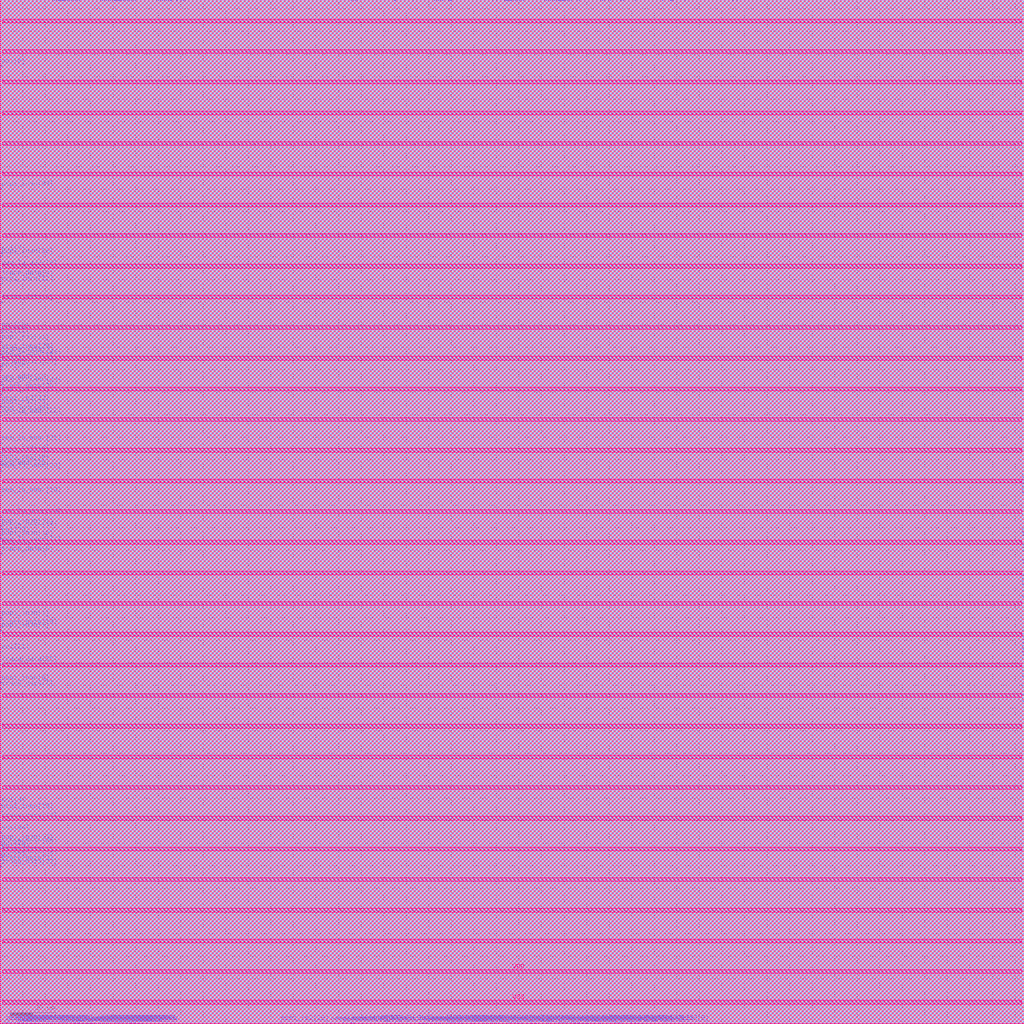
<source format=lef>
VERSION 5.8 ;
BUSBITCHARS "[]" ;
DIVIDERCHAR "/" ;
UNITS
    DATABASE MICRONS 1000 ;
END UNITS

VIA picorv32_via2_3_1600_480_1_5_320_320
  VIARULE M1M2_PR ;
  CUTSIZE 0.15 0.15 ;
  LAYERS met1 via met2 ;
  CUTSPACING 0.17 0.17 ;
  ENCLOSURE 0.085 0.165 0.055 0.085 ;
  ROWCOL 1 5 ;
END picorv32_via2_3_1600_480_1_5_320_320

VIA picorv32_via3_4_1600_480_1_4_400_400
  VIARULE M2M3_PR ;
  CUTSIZE 0.2 0.2 ;
  LAYERS met2 via2 met3 ;
  CUTSPACING 0.2 0.2 ;
  ENCLOSURE 0.04 0.085 0.065 0.065 ;
  ROWCOL 1 4 ;
END picorv32_via3_4_1600_480_1_4_400_400

VIA picorv32_via4_5_1600_480_1_4_400_400
  VIARULE M3M4_PR ;
  CUTSIZE 0.2 0.2 ;
  LAYERS met3 via3 met4 ;
  CUTSPACING 0.2 0.2 ;
  ENCLOSURE 0.09 0.06 0.1 0.065 ;
  ROWCOL 1 4 ;
END picorv32_via4_5_1600_480_1_4_400_400

VIA picorv32_via5_6_1600_1600_1_1_1600_1600
  VIARULE M4M5_PR ;
  CUTSIZE 0.8 0.8 ;
  LAYERS met4 via4 met5 ;
  CUTSPACING 0.8 0.8 ;
  ENCLOSURE 0.4 0.19 0.31 0.4 ;
END picorv32_via5_6_1600_1600_1_1_1600_1600

MACRO picorv32
  FOREIGN picorv32 0 0 ;
  CLASS BLOCK ;
  SIZE 454.07 BY 454.07 ;
  PIN clk
    DIRECTION INPUT ;
    USE SIGNAL ;
    PORT
      LAYER met2 ;
        RECT  422.44 453.585 422.58 454.07 ;
    END
  END clk
  PIN eoi[0]
    DIRECTION OUTPUT ;
    USE SIGNAL ;
    PORT
      LAYER met3 ;
        RECT  0 424.51 0.8 424.81 ;
    END
  END eoi[0]
  PIN eoi[10]
    DIRECTION OUTPUT ;
    USE SIGNAL ;
    PORT
      LAYER met2 ;
        RECT  46.16 453.585 46.3 454.07 ;
    END
  END eoi[10]
  PIN eoi[11]
    DIRECTION OUTPUT ;
    USE SIGNAL ;
    PORT
      LAYER met3 ;
        RECT  0 304.83 0.8 305.13 ;
    END
  END eoi[11]
  PIN eoi[12]
    DIRECTION OUTPUT ;
    USE SIGNAL ;
    PORT
      LAYER met2 ;
        RECT  23.16 453.585 23.3 454.07 ;
    END
  END eoi[12]
  PIN eoi[13]
    DIRECTION OUTPUT ;
    USE SIGNAL ;
    PORT
      LAYER met2 ;
        RECT  39.72 453.585 39.86 454.07 ;
    END
  END eoi[13]
  PIN eoi[14]
    DIRECTION OUTPUT ;
    USE SIGNAL ;
    PORT
      LAYER met3 ;
        RECT  0 306.19 0.8 306.49 ;
    END
  END eoi[14]
  PIN eoi[15]
    DIRECTION OUTPUT ;
    USE SIGNAL ;
    PORT
      LAYER met2 ;
        RECT  25.92 453.585 26.06 454.07 ;
    END
  END eoi[15]
  PIN eoi[16]
    DIRECTION OUTPUT ;
    USE SIGNAL ;
    PORT
      LAYER met2 ;
        RECT  45.24 453.585 45.38 454.07 ;
    END
  END eoi[16]
  PIN eoi[17]
    DIRECTION OUTPUT ;
    USE SIGNAL ;
    PORT
      LAYER met2 ;
        RECT  66.4 453.585 66.54 454.07 ;
    END
  END eoi[17]
  PIN eoi[18]
    DIRECTION OUTPUT ;
    USE SIGNAL ;
    PORT
      LAYER met3 ;
        RECT  0 76.35 0.8 76.65 ;
    END
  END eoi[18]
  PIN eoi[19]
    DIRECTION OUTPUT ;
    USE SIGNAL ;
    PORT
      LAYER met2 ;
        RECT  34.2 453.585 34.34 454.07 ;
    END
  END eoi[19]
  PIN eoi[1]
    DIRECTION OUTPUT ;
    USE SIGNAL ;
    PORT
      LAYER met2 ;
        RECT  48.92 453.585 49.06 454.07 ;
    END
  END eoi[1]
  PIN eoi[20]
    DIRECTION OUTPUT ;
    USE SIGNAL ;
    PORT
      LAYER met2 ;
        RECT  59.04 453.585 59.18 454.07 ;
    END
  END eoi[20]
  PIN eoi[21]
    DIRECTION OUTPUT ;
    USE SIGNAL ;
    PORT
      LAYER met3 ;
        RECT  0 164.75 0.8 165.05 ;
    END
  END eoi[21]
  PIN eoi[22]
    DIRECTION OUTPUT ;
    USE SIGNAL ;
    PORT
      LAYER met2 ;
        RECT  26.84 453.585 26.98 454.07 ;
    END
  END eoi[22]
  PIN eoi[23]
    DIRECTION OUTPUT ;
    USE SIGNAL ;
    PORT
      LAYER met3 ;
        RECT  0 307.55 0.8 307.85 ;
    END
  END eoi[23]
  PIN eoi[24]
    DIRECTION OUTPUT ;
    USE SIGNAL ;
    PORT
      LAYER met3 ;
        RECT  0 84.51 0.8 84.81 ;
    END
  END eoi[24]
  PIN eoi[25]
    DIRECTION OUTPUT ;
    USE SIGNAL ;
    PORT
      LAYER met3 ;
        RECT  0 289.87 0.8 290.17 ;
    END
  END eoi[25]
  PIN eoi[26]
    DIRECTION OUTPUT ;
    USE SIGNAL ;
    PORT
      LAYER met2 ;
        RECT  36.96 453.585 37.1 454.07 ;
    END
  END eoi[26]
  PIN eoi[27]
    DIRECTION OUTPUT ;
    USE SIGNAL ;
    PORT
      LAYER met2 ;
        RECT  60.88 453.585 61.02 454.07 ;
    END
  END eoi[27]
  PIN eoi[28]
    DIRECTION OUTPUT ;
    USE SIGNAL ;
    PORT
      LAYER met3 ;
        RECT  0 77.71 0.8 78.01 ;
    END
  END eoi[28]
  PIN eoi[29]
    DIRECTION OUTPUT ;
    USE SIGNAL ;
    PORT
      LAYER met3 ;
        RECT  0 216.43 0.8 216.73 ;
    END
  END eoi[29]
  PIN eoi[2]
    DIRECTION OUTPUT ;
    USE SIGNAL ;
    PORT
      LAYER met3 ;
        RECT  0 72.27 0.8 72.57 ;
    END
  END eoi[2]
  PIN eoi[30]
    DIRECTION OUTPUT ;
    USE SIGNAL ;
    PORT
      LAYER met2 ;
        RECT  51.68 453.585 51.82 454.07 ;
    END
  END eoi[30]
  PIN eoi[31]
    DIRECTION OUTPUT ;
    USE SIGNAL ;
    PORT
      LAYER met2 ;
        RECT  68.24 453.585 68.38 454.07 ;
    END
  END eoi[31]
  PIN eoi[3]
    DIRECTION OUTPUT ;
    USE SIGNAL ;
    PORT
      LAYER met2 ;
        RECT  41.56 453.585 41.7 454.07 ;
    END
  END eoi[3]
  PIN eoi[4]
    DIRECTION OUTPUT ;
    USE SIGNAL ;
    PORT
      LAYER met3 ;
        RECT  0 292.59 0.8 292.89 ;
    END
  END eoi[4]
  PIN eoi[5]
    DIRECTION OUTPUT ;
    USE SIGNAL ;
    PORT
      LAYER met2 ;
        RECT  69.16 453.585 69.3 454.07 ;
    END
  END eoi[5]
  PIN eoi[6]
    DIRECTION OUTPUT ;
    USE SIGNAL ;
    PORT
      LAYER met2 ;
        RECT  49.84 453.585 49.98 454.07 ;
    END
  END eoi[6]
  PIN eoi[7]
    DIRECTION OUTPUT ;
    USE SIGNAL ;
    PORT
      LAYER met3 ;
        RECT  0 341.55 0.8 341.85 ;
    END
  END eoi[7]
  PIN eoi[8]
    DIRECTION OUTPUT ;
    USE SIGNAL ;
    PORT
      LAYER met3 ;
        RECT  0 96.75 0.8 97.05 ;
    END
  END eoi[8]
  PIN eoi[9]
    DIRECTION OUTPUT ;
    USE SIGNAL ;
    PORT
      LAYER met2 ;
        RECT  42.48 453.585 42.62 454.07 ;
    END
  END eoi[9]
  PIN irq[0]
    DIRECTION INPUT ;
    USE SIGNAL ;
    PORT
      LAYER met2 ;
        RECT  2 0 2.14 0.485 ;
    END
  END irq[0]
  PIN irq[10]
    DIRECTION INPUT ;
    USE SIGNAL ;
    PORT
      LAYER met2 ;
        RECT  2.92 0 3.06 0.485 ;
    END
  END irq[10]
  PIN irq[11]
    DIRECTION INPUT ;
    USE SIGNAL ;
    PORT
      LAYER met2 ;
        RECT  3.84 0 3.98 0.485 ;
    END
  END irq[11]
  PIN irq[12]
    DIRECTION INPUT ;
    USE SIGNAL ;
    PORT
      LAYER met2 ;
        RECT  4.76 0 4.9 0.485 ;
    END
  END irq[12]
  PIN irq[13]
    DIRECTION INPUT ;
    USE SIGNAL ;
    PORT
      LAYER met2 ;
        RECT  5.68 0 5.82 0.485 ;
    END
  END irq[13]
  PIN irq[14]
    DIRECTION INPUT ;
    USE SIGNAL ;
    PORT
      LAYER met2 ;
        RECT  6.6 0 6.74 0.485 ;
    END
  END irq[14]
  PIN irq[15]
    DIRECTION INPUT ;
    USE SIGNAL ;
    PORT
      LAYER met2 ;
        RECT  7.52 0 7.66 0.485 ;
    END
  END irq[15]
  PIN irq[16]
    DIRECTION INPUT ;
    USE SIGNAL ;
    PORT
      LAYER met2 ;
        RECT  8.44 0 8.58 0.485 ;
    END
  END irq[16]
  PIN irq[17]
    DIRECTION INPUT ;
    USE SIGNAL ;
    PORT
      LAYER met2 ;
        RECT  9.36 0 9.5 0.485 ;
    END
  END irq[17]
  PIN irq[18]
    DIRECTION INPUT ;
    USE SIGNAL ;
    PORT
      LAYER met2 ;
        RECT  10.28 0 10.42 0.485 ;
    END
  END irq[18]
  PIN irq[19]
    DIRECTION INPUT ;
    USE SIGNAL ;
    PORT
      LAYER met2 ;
        RECT  11.2 0 11.34 0.485 ;
    END
  END irq[19]
  PIN irq[1]
    DIRECTION INPUT ;
    USE SIGNAL ;
    PORT
      LAYER met2 ;
        RECT  12.12 0 12.26 0.485 ;
    END
  END irq[1]
  PIN irq[20]
    DIRECTION INPUT ;
    USE SIGNAL ;
    PORT
      LAYER met2 ;
        RECT  13.04 0 13.18 0.485 ;
    END
  END irq[20]
  PIN irq[21]
    DIRECTION INPUT ;
    USE SIGNAL ;
    PORT
      LAYER met2 ;
        RECT  13.96 0 14.1 0.485 ;
    END
  END irq[21]
  PIN irq[22]
    DIRECTION INPUT ;
    USE SIGNAL ;
    PORT
      LAYER met2 ;
        RECT  14.88 0 15.02 0.485 ;
    END
  END irq[22]
  PIN irq[23]
    DIRECTION INPUT ;
    USE SIGNAL ;
    PORT
      LAYER met2 ;
        RECT  15.8 0 15.94 0.485 ;
    END
  END irq[23]
  PIN irq[24]
    DIRECTION INPUT ;
    USE SIGNAL ;
    PORT
      LAYER met2 ;
        RECT  16.72 0 16.86 0.485 ;
    END
  END irq[24]
  PIN irq[25]
    DIRECTION INPUT ;
    USE SIGNAL ;
    PORT
      LAYER met2 ;
        RECT  17.64 0 17.78 0.485 ;
    END
  END irq[25]
  PIN irq[26]
    DIRECTION INPUT ;
    USE SIGNAL ;
    PORT
      LAYER met2 ;
        RECT  18.56 0 18.7 0.485 ;
    END
  END irq[26]
  PIN irq[27]
    DIRECTION INPUT ;
    USE SIGNAL ;
    PORT
      LAYER met2 ;
        RECT  19.48 0 19.62 0.485 ;
    END
  END irq[27]
  PIN irq[28]
    DIRECTION INPUT ;
    USE SIGNAL ;
    PORT
      LAYER met2 ;
        RECT  20.4 0 20.54 0.485 ;
    END
  END irq[28]
  PIN irq[29]
    DIRECTION INPUT ;
    USE SIGNAL ;
    PORT
      LAYER met2 ;
        RECT  21.32 0 21.46 0.485 ;
    END
  END irq[29]
  PIN irq[2]
    DIRECTION INPUT ;
    USE SIGNAL ;
    PORT
      LAYER met2 ;
        RECT  22.24 0 22.38 0.485 ;
    END
  END irq[2]
  PIN irq[30]
    DIRECTION INPUT ;
    USE SIGNAL ;
    PORT
      LAYER met2 ;
        RECT  23.16 0 23.3 0.485 ;
    END
  END irq[30]
  PIN irq[31]
    DIRECTION INPUT ;
    USE SIGNAL ;
    PORT
      LAYER met2 ;
        RECT  24.08 0 24.22 0.485 ;
    END
  END irq[31]
  PIN irq[3]
    DIRECTION INPUT ;
    USE SIGNAL ;
    PORT
      LAYER met2 ;
        RECT  25 0 25.14 0.485 ;
    END
  END irq[3]
  PIN irq[4]
    DIRECTION INPUT ;
    USE SIGNAL ;
    PORT
      LAYER met2 ;
        RECT  25.92 0 26.06 0.485 ;
    END
  END irq[4]
  PIN irq[5]
    DIRECTION INPUT ;
    USE SIGNAL ;
    PORT
      LAYER met2 ;
        RECT  26.84 0 26.98 0.485 ;
    END
  END irq[5]
  PIN irq[6]
    DIRECTION INPUT ;
    USE SIGNAL ;
    PORT
      LAYER met2 ;
        RECT  27.76 0 27.9 0.485 ;
    END
  END irq[6]
  PIN irq[7]
    DIRECTION INPUT ;
    USE SIGNAL ;
    PORT
      LAYER met2 ;
        RECT  28.68 0 28.82 0.485 ;
    END
  END irq[7]
  PIN irq[8]
    DIRECTION INPUT ;
    USE SIGNAL ;
    PORT
      LAYER met2 ;
        RECT  29.6 0 29.74 0.485 ;
    END
  END irq[8]
  PIN irq[9]
    DIRECTION INPUT ;
    USE SIGNAL ;
    PORT
      LAYER met2 ;
        RECT  30.52 0 30.66 0.485 ;
    END
  END irq[9]
  PIN mem_addr[0]
    DIRECTION OUTPUT ;
    USE SIGNAL ;
    PORT
      LAYER met2 ;
        RECT  37.88 453.585 38.02 454.07 ;
    END
  END mem_addr[0]
  PIN mem_addr[10]
    DIRECTION OUTPUT ;
    USE SIGNAL ;
    PORT
      LAYER met2 ;
        RECT  225.56 0 225.7 0.485 ;
    END
  END mem_addr[10]
  PIN mem_addr[11]
    DIRECTION OUTPUT ;
    USE SIGNAL ;
    PORT
      LAYER met2 ;
        RECT  209.92 0 210.06 0.485 ;
    END
  END mem_addr[11]
  PIN mem_addr[12]
    DIRECTION OUTPUT ;
    USE SIGNAL ;
    PORT
      LAYER met2 ;
        RECT  186 0 186.14 0.485 ;
    END
  END mem_addr[12]
  PIN mem_addr[13]
    DIRECTION OUTPUT ;
    USE SIGNAL ;
    PORT
      LAYER met2 ;
        RECT  174.96 0 175.1 0.485 ;
    END
  END mem_addr[13]
  PIN mem_addr[14]
    DIRECTION OUTPUT ;
    USE SIGNAL ;
    PORT
      LAYER met2 ;
        RECT  160.24 0 160.38 0.485 ;
    END
  END mem_addr[14]
  PIN mem_addr[15]
    DIRECTION OUTPUT ;
    USE SIGNAL ;
    PORT
      LAYER met2 ;
        RECT  155.64 0 155.78 0.485 ;
    END
  END mem_addr[15]
  PIN mem_addr[16]
    DIRECTION OUTPUT ;
    USE SIGNAL ;
    PORT
      LAYER met2 ;
        RECT  156.56 0 156.7 0.485 ;
    END
  END mem_addr[16]
  PIN mem_addr[17]
    DIRECTION OUTPUT ;
    USE SIGNAL ;
    PORT
      LAYER met3 ;
        RECT  0 210.99 0.8 211.29 ;
    END
  END mem_addr[17]
  PIN mem_addr[18]
    DIRECTION OUTPUT ;
    USE SIGNAL ;
    PORT
      LAYER met2 ;
        RECT  155.64 453.585 155.78 454.07 ;
    END
  END mem_addr[18]
  PIN mem_addr[19]
    DIRECTION OUTPUT ;
    USE SIGNAL ;
    PORT
      LAYER met2 ;
        RECT  158.4 453.585 158.54 454.07 ;
    END
  END mem_addr[19]
  PIN mem_addr[1]
    DIRECTION OUTPUT ;
    USE SIGNAL ;
    PORT
      LAYER met2 ;
        RECT  28.68 453.585 28.82 454.07 ;
    END
  END mem_addr[1]
  PIN mem_addr[20]
    DIRECTION OUTPUT ;
    USE SIGNAL ;
    PORT
      LAYER met3 ;
        RECT  0 246.35 0.8 246.65 ;
    END
  END mem_addr[20]
  PIN mem_addr[21]
    DIRECTION OUTPUT ;
    USE SIGNAL ;
    PORT
      LAYER met2 ;
        RECT  156.56 453.585 156.7 454.07 ;
    END
  END mem_addr[21]
  PIN mem_addr[22]
    DIRECTION OUTPUT ;
    USE SIGNAL ;
    PORT
      LAYER met3 ;
        RECT  0 270.83 0.8 271.13 ;
    END
  END mem_addr[22]
  PIN mem_addr[23]
    DIRECTION OUTPUT ;
    USE SIGNAL ;
    PORT
      LAYER met3 ;
        RECT  0 284.43 0.8 284.73 ;
    END
  END mem_addr[23]
  PIN mem_addr[24]
    DIRECTION OUTPUT ;
    USE SIGNAL ;
    PORT
      LAYER met2 ;
        RECT  157.48 453.585 157.62 454.07 ;
    END
  END mem_addr[24]
  PIN mem_addr[25]
    DIRECTION OUTPUT ;
    USE SIGNAL ;
    PORT
      LAYER met2 ;
        RECT  166.68 453.585 166.82 454.07 ;
    END
  END mem_addr[25]
  PIN mem_addr[26]
    DIRECTION OUTPUT ;
    USE SIGNAL ;
    PORT
      LAYER met2 ;
        RECT  184.16 453.585 184.3 454.07 ;
    END
  END mem_addr[26]
  PIN mem_addr[27]
    DIRECTION OUTPUT ;
    USE SIGNAL ;
    PORT
      LAYER met2 ;
        RECT  192.44 453.585 192.58 454.07 ;
    END
  END mem_addr[27]
  PIN mem_addr[28]
    DIRECTION OUTPUT ;
    USE SIGNAL ;
    PORT
      LAYER met2 ;
        RECT  245.8 453.585 245.94 454.07 ;
    END
  END mem_addr[28]
  PIN mem_addr[29]
    DIRECTION OUTPUT ;
    USE SIGNAL ;
    PORT
      LAYER met2 ;
        RECT  248.56 453.585 248.7 454.07 ;
    END
  END mem_addr[29]
  PIN mem_addr[2]
    DIRECTION OUTPUT ;
    USE SIGNAL ;
    PORT
      LAYER met3 ;
        RECT  453.27 204.19 454.07 204.49 ;
    END
  END mem_addr[2]
  PIN mem_addr[30]
    DIRECTION OUTPUT ;
    USE SIGNAL ;
    PORT
      LAYER met2 ;
        RECT  255.92 453.585 256.06 454.07 ;
    END
  END mem_addr[30]
  PIN mem_addr[31]
    DIRECTION OUTPUT ;
    USE SIGNAL ;
    PORT
      LAYER met2 ;
        RECT  270.64 453.585 270.78 454.07 ;
    END
  END mem_addr[31]
  PIN mem_addr[3]
    DIRECTION OUTPUT ;
    USE SIGNAL ;
    PORT
      LAYER met3 ;
        RECT  453.27 198.75 454.07 199.05 ;
    END
  END mem_addr[3]
  PIN mem_addr[4]
    DIRECTION OUTPUT ;
    USE SIGNAL ;
    PORT
      LAYER met3 ;
        RECT  453.27 191.95 454.07 192.25 ;
    END
  END mem_addr[4]
  PIN mem_addr[5]
    DIRECTION OUTPUT ;
    USE SIGNAL ;
    PORT
      LAYER met2 ;
        RECT  294.56 0 294.7 0.485 ;
    END
  END mem_addr[5]
  PIN mem_addr[6]
    DIRECTION OUTPUT ;
    USE SIGNAL ;
    PORT
      LAYER met2 ;
        RECT  279.84 0 279.98 0.485 ;
    END
  END mem_addr[6]
  PIN mem_addr[7]
    DIRECTION OUTPUT ;
    USE SIGNAL ;
    PORT
      LAYER met2 ;
        RECT  260.52 0 260.66 0.485 ;
    END
  END mem_addr[7]
  PIN mem_addr[8]
    DIRECTION OUTPUT ;
    USE SIGNAL ;
    PORT
      LAYER met2 ;
        RECT  265.12 0 265.26 0.485 ;
    END
  END mem_addr[8]
  PIN mem_addr[9]
    DIRECTION OUTPUT ;
    USE SIGNAL ;
    PORT
      LAYER met2 ;
        RECT  235.68 0 235.82 0.485 ;
    END
  END mem_addr[9]
  PIN mem_instr
    DIRECTION OUTPUT ;
    USE SIGNAL ;
    PORT
      LAYER met3 ;
        RECT  453.27 164.75 454.07 165.05 ;
    END
  END mem_instr
  PIN mem_la_addr[0]
    DIRECTION OUTPUT ;
    USE SIGNAL ;
    PORT
      LAYER met3 ;
        RECT  0 334.75 0.8 335.05 ;
    END
  END mem_la_addr[0]
  PIN mem_la_addr[10]
    DIRECTION OUTPUT ;
    USE SIGNAL ;
    PORT
      LAYER met2 ;
        RECT  216.36 0 216.5 0.485 ;
    END
  END mem_la_addr[10]
  PIN mem_la_addr[11]
    DIRECTION OUTPUT ;
    USE SIGNAL ;
    PORT
      LAYER met2 ;
        RECT  201.64 0 201.78 0.485 ;
    END
  END mem_la_addr[11]
  PIN mem_la_addr[12]
    DIRECTION OUTPUT ;
    USE SIGNAL ;
    PORT
      LAYER met2 ;
        RECT  177.72 0 177.86 0.485 ;
    END
  END mem_la_addr[12]
  PIN mem_la_addr[13]
    DIRECTION OUTPUT ;
    USE SIGNAL ;
    PORT
      LAYER met2 ;
        RECT  165.76 0 165.9 0.485 ;
    END
  END mem_la_addr[13]
  PIN mem_la_addr[14]
    DIRECTION OUTPUT ;
    USE SIGNAL ;
    PORT
      LAYER met2 ;
        RECT  151.96 0 152.1 0.485 ;
    END
  END mem_la_addr[14]
  PIN mem_la_addr[15]
    DIRECTION OUTPUT ;
    USE SIGNAL ;
    PORT
      LAYER met2 ;
        RECT  146.44 0 146.58 0.485 ;
    END
  END mem_la_addr[15]
  PIN mem_la_addr[16]
    DIRECTION OUTPUT ;
    USE SIGNAL ;
    PORT
      LAYER met2 ;
        RECT  148.28 0 148.42 0.485 ;
    END
  END mem_la_addr[16]
  PIN mem_la_addr[17]
    DIRECTION OUTPUT ;
    USE SIGNAL ;
    PORT
      LAYER met3 ;
        RECT  0 212.35 0.8 212.65 ;
    END
  END mem_la_addr[17]
  PIN mem_la_addr[18]
    DIRECTION OUTPUT ;
    USE SIGNAL ;
    PORT
      LAYER met3 ;
        RECT  0 224.59 0.8 224.89 ;
    END
  END mem_la_addr[18]
  PIN mem_la_addr[19]
    DIRECTION OUTPUT ;
    USE SIGNAL ;
    PORT
      LAYER met3 ;
        RECT  0 234.11 0.8 234.41 ;
    END
  END mem_la_addr[19]
  PIN mem_la_addr[1]
    DIRECTION OUTPUT ;
    USE SIGNAL ;
    PORT
      LAYER met2 ;
        RECT  61.8 453.585 61.94 454.07 ;
    END
  END mem_la_addr[1]
  PIN mem_la_addr[20]
    DIRECTION OUTPUT ;
    USE SIGNAL ;
    PORT
      LAYER met3 ;
        RECT  0 244.99 0.8 245.29 ;
    END
  END mem_la_addr[20]
  PIN mem_la_addr[21]
    DIRECTION OUTPUT ;
    USE SIGNAL ;
    PORT
      LAYER met3 ;
        RECT  0 257.23 0.8 257.53 ;
    END
  END mem_la_addr[21]
  PIN mem_la_addr[22]
    DIRECTION OUTPUT ;
    USE SIGNAL ;
    PORT
      LAYER met3 ;
        RECT  0 269.47 0.8 269.77 ;
    END
  END mem_la_addr[22]
  PIN mem_la_addr[23]
    DIRECTION OUTPUT ;
    USE SIGNAL ;
    PORT
      LAYER met3 ;
        RECT  0 283.07 0.8 283.37 ;
    END
  END mem_la_addr[23]
  PIN mem_la_addr[24]
    DIRECTION OUTPUT ;
    USE SIGNAL ;
    PORT
      LAYER met3 ;
        RECT  0 295.31 0.8 295.61 ;
    END
  END mem_la_addr[24]
  PIN mem_la_addr[25]
    DIRECTION OUTPUT ;
    USE SIGNAL ;
    PORT
      LAYER met2 ;
        RECT  159.32 453.585 159.46 454.07 ;
    END
  END mem_la_addr[25]
  PIN mem_la_addr[26]
    DIRECTION OUTPUT ;
    USE SIGNAL ;
    PORT
      LAYER met2 ;
        RECT  174.96 453.585 175.1 454.07 ;
    END
  END mem_la_addr[26]
  PIN mem_la_addr[27]
    DIRECTION OUTPUT ;
    USE SIGNAL ;
    PORT
      LAYER met2 ;
        RECT  183.24 453.585 183.38 454.07 ;
    END
  END mem_la_addr[27]
  PIN mem_la_addr[28]
    DIRECTION OUTPUT ;
    USE SIGNAL ;
    PORT
      LAYER met2 ;
        RECT  234.76 453.585 234.9 454.07 ;
    END
  END mem_la_addr[28]
  PIN mem_la_addr[29]
    DIRECTION OUTPUT ;
    USE SIGNAL ;
    PORT
      LAYER met2 ;
        RECT  238.44 453.585 238.58 454.07 ;
    END
  END mem_la_addr[29]
  PIN mem_la_addr[2]
    DIRECTION OUTPUT ;
    USE SIGNAL ;
    PORT
      LAYER met3 ;
        RECT  453.27 205.55 454.07 205.85 ;
    END
  END mem_la_addr[2]
  PIN mem_la_addr[30]
    DIRECTION OUTPUT ;
    USE SIGNAL ;
    PORT
      LAYER met2 ;
        RECT  247.64 453.585 247.78 454.07 ;
    END
  END mem_la_addr[30]
  PIN mem_la_addr[31]
    DIRECTION OUTPUT ;
    USE SIGNAL ;
    PORT
      LAYER met2 ;
        RECT  262.36 453.585 262.5 454.07 ;
    END
  END mem_la_addr[31]
  PIN mem_la_addr[3]
    DIRECTION OUTPUT ;
    USE SIGNAL ;
    PORT
      LAYER met3 ;
        RECT  453.27 197.39 454.07 197.69 ;
    END
  END mem_la_addr[3]
  PIN mem_la_addr[4]
    DIRECTION OUTPUT ;
    USE SIGNAL ;
    PORT
      LAYER met3 ;
        RECT  453.27 189.23 454.07 189.53 ;
    END
  END mem_la_addr[4]
  PIN mem_la_addr[5]
    DIRECTION OUTPUT ;
    USE SIGNAL ;
    PORT
      LAYER met2 ;
        RECT  284.44 0 284.58 0.485 ;
    END
  END mem_la_addr[5]
  PIN mem_la_addr[6]
    DIRECTION OUTPUT ;
    USE SIGNAL ;
    PORT
      LAYER met2 ;
        RECT  270.64 0 270.78 0.485 ;
    END
  END mem_la_addr[6]
  PIN mem_la_addr[7]
    DIRECTION OUTPUT ;
    USE SIGNAL ;
    PORT
      LAYER met2 ;
        RECT  252.24 0 252.38 0.485 ;
    END
  END mem_la_addr[7]
  PIN mem_la_addr[8]
    DIRECTION OUTPUT ;
    USE SIGNAL ;
    PORT
      LAYER met2 ;
        RECT  255 0 255.14 0.485 ;
    END
  END mem_la_addr[8]
  PIN mem_la_addr[9]
    DIRECTION OUTPUT ;
    USE SIGNAL ;
    PORT
      LAYER met2 ;
        RECT  227.4 0 227.54 0.485 ;
    END
  END mem_la_addr[9]
  PIN mem_la_read
    DIRECTION OUTPUT ;
    USE SIGNAL ;
    PORT
      LAYER met3 ;
        RECT  453.27 166.11 454.07 166.41 ;
    END
  END mem_la_read
  PIN mem_la_wdata[0]
    DIRECTION OUTPUT ;
    USE SIGNAL ;
    PORT
      LAYER met3 ;
        RECT  453.27 212.35 454.07 212.65 ;
    END
  END mem_la_wdata[0]
  PIN mem_la_wdata[10]
    DIRECTION OUTPUT ;
    USE SIGNAL ;
    PORT
      LAYER met2 ;
        RECT  246.72 453.585 246.86 454.07 ;
    END
  END mem_la_wdata[10]
  PIN mem_la_wdata[11]
    DIRECTION OUTPUT ;
    USE SIGNAL ;
    PORT
      LAYER met2 ;
        RECT  233.84 453.585 233.98 454.07 ;
    END
  END mem_la_wdata[11]
  PIN mem_la_wdata[12]
    DIRECTION OUTPUT ;
    USE SIGNAL ;
    PORT
      LAYER met2 ;
        RECT  228.32 453.585 228.46 454.07 ;
    END
  END mem_la_wdata[12]
  PIN mem_la_wdata[13]
    DIRECTION OUTPUT ;
    USE SIGNAL ;
    PORT
      LAYER met2 ;
        RECT  241.2 453.585 241.34 454.07 ;
    END
  END mem_la_wdata[13]
  PIN mem_la_wdata[14]
    DIRECTION OUTPUT ;
    USE SIGNAL ;
    PORT
      LAYER met2 ;
        RECT  249.48 453.585 249.62 454.07 ;
    END
  END mem_la_wdata[14]
  PIN mem_la_wdata[15]
    DIRECTION OUTPUT ;
    USE SIGNAL ;
    PORT
      LAYER met2 ;
        RECT  226.48 453.585 226.62 454.07 ;
    END
  END mem_la_wdata[15]
  PIN mem_la_wdata[16]
    DIRECTION OUTPUT ;
    USE SIGNAL ;
    PORT
      LAYER met3 ;
        RECT  453.27 216.43 454.07 216.73 ;
    END
  END mem_la_wdata[16]
  PIN mem_la_wdata[17]
    DIRECTION OUTPUT ;
    USE SIGNAL ;
    PORT
      LAYER met3 ;
        RECT  453.27 235.47 454.07 235.77 ;
    END
  END mem_la_wdata[17]
  PIN mem_la_wdata[18]
    DIRECTION OUTPUT ;
    USE SIGNAL ;
    PORT
      LAYER met3 ;
        RECT  453.27 240.91 454.07 241.21 ;
    END
  END mem_la_wdata[18]
  PIN mem_la_wdata[19]
    DIRECTION OUTPUT ;
    USE SIGNAL ;
    PORT
      LAYER met2 ;
        RECT  326.76 453.585 326.9 454.07 ;
    END
  END mem_la_wdata[19]
  PIN mem_la_wdata[1]
    DIRECTION OUTPUT ;
    USE SIGNAL ;
    PORT
      LAYER met3 ;
        RECT  453.27 209.63 454.07 209.93 ;
    END
  END mem_la_wdata[1]
  PIN mem_la_wdata[20]
    DIRECTION OUTPUT ;
    USE SIGNAL ;
    PORT
      LAYER met2 ;
        RECT  289.04 453.585 289.18 454.07 ;
    END
  END mem_la_wdata[20]
  PIN mem_la_wdata[21]
    DIRECTION OUTPUT ;
    USE SIGNAL ;
    PORT
      LAYER met2 ;
        RECT  286.28 453.585 286.42 454.07 ;
    END
  END mem_la_wdata[21]
  PIN mem_la_wdata[22]
    DIRECTION OUTPUT ;
    USE SIGNAL ;
    PORT
      LAYER met2 ;
        RECT  275.24 0 275.38 0.485 ;
    END
  END mem_la_wdata[22]
  PIN mem_la_wdata[23]
    DIRECTION OUTPUT ;
    USE SIGNAL ;
    PORT
      LAYER met2 ;
        RECT  258.68 453.585 258.82 454.07 ;
    END
  END mem_la_wdata[23]
  PIN mem_la_wdata[24]
    DIRECTION OUTPUT ;
    USE SIGNAL ;
    PORT
      LAYER met2 ;
        RECT  275.24 453.585 275.38 454.07 ;
    END
  END mem_la_wdata[24]
  PIN mem_la_wdata[25]
    DIRECTION OUTPUT ;
    USE SIGNAL ;
    PORT
      LAYER met2 ;
        RECT  264.2 453.585 264.34 454.07 ;
    END
  END mem_la_wdata[25]
  PIN mem_la_wdata[26]
    DIRECTION OUTPUT ;
    USE SIGNAL ;
    PORT
      LAYER met2 ;
        RECT  244.88 453.585 245.02 454.07 ;
    END
  END mem_la_wdata[26]
  PIN mem_la_wdata[27]
    DIRECTION OUTPUT ;
    USE SIGNAL ;
    PORT
      LAYER met2 ;
        RECT  232.92 453.585 233.06 454.07 ;
    END
  END mem_la_wdata[27]
  PIN mem_la_wdata[28]
    DIRECTION OUTPUT ;
    USE SIGNAL ;
    PORT
      LAYER met2 ;
        RECT  227.4 453.585 227.54 454.07 ;
    END
  END mem_la_wdata[28]
  PIN mem_la_wdata[29]
    DIRECTION OUTPUT ;
    USE SIGNAL ;
    PORT
      LAYER met2 ;
        RECT  242.12 453.585 242.26 454.07 ;
    END
  END mem_la_wdata[29]
  PIN mem_la_wdata[2]
    DIRECTION OUTPUT ;
    USE SIGNAL ;
    PORT
      LAYER met3 ;
        RECT  453.27 238.19 454.07 238.49 ;
    END
  END mem_la_wdata[2]
  PIN mem_la_wdata[30]
    DIRECTION OUTPUT ;
    USE SIGNAL ;
    PORT
      LAYER met2 ;
        RECT  251.32 453.585 251.46 454.07 ;
    END
  END mem_la_wdata[30]
  PIN mem_la_wdata[31]
    DIRECTION OUTPUT ;
    USE SIGNAL ;
    PORT
      LAYER met2 ;
        RECT  260.52 453.585 260.66 454.07 ;
    END
  END mem_la_wdata[31]
  PIN mem_la_wdata[3]
    DIRECTION OUTPUT ;
    USE SIGNAL ;
    PORT
      LAYER met2 ;
        RECT  312.04 453.585 312.18 454.07 ;
    END
  END mem_la_wdata[3]
  PIN mem_la_wdata[4]
    DIRECTION OUTPUT ;
    USE SIGNAL ;
    PORT
      LAYER met2 ;
        RECT  267.88 453.585 268.02 454.07 ;
    END
  END mem_la_wdata[4]
  PIN mem_la_wdata[5]
    DIRECTION OUTPUT ;
    USE SIGNAL ;
    PORT
      LAYER met2 ;
        RECT  265.12 453.585 265.26 454.07 ;
    END
  END mem_la_wdata[5]
  PIN mem_la_wdata[6]
    DIRECTION OUTPUT ;
    USE SIGNAL ;
    PORT
      LAYER met2 ;
        RECT  256.84 453.585 256.98 454.07 ;
    END
  END mem_la_wdata[6]
  PIN mem_la_wdata[7]
    DIRECTION OUTPUT ;
    USE SIGNAL ;
    PORT
      LAYER met2 ;
        RECT  217.28 0 217.42 0.485 ;
    END
  END mem_la_wdata[7]
  PIN mem_la_wdata[8]
    DIRECTION OUTPUT ;
    USE SIGNAL ;
    PORT
      LAYER met2 ;
        RECT  271.56 0 271.7 0.485 ;
    END
  END mem_la_wdata[8]
  PIN mem_la_wdata[9]
    DIRECTION OUTPUT ;
    USE SIGNAL ;
    PORT
      LAYER met2 ;
        RECT  263.28 0 263.42 0.485 ;
    END
  END mem_la_wdata[9]
  PIN mem_la_write
    DIRECTION OUTPUT ;
    USE SIGNAL ;
    PORT
      LAYER met3 ;
        RECT  453.27 162.03 454.07 162.33 ;
    END
  END mem_la_write
  PIN mem_la_wstrb[0]
    DIRECTION OUTPUT ;
    USE SIGNAL ;
    PORT
      LAYER met3 ;
        RECT  453.27 155.23 454.07 155.53 ;
    END
  END mem_la_wstrb[0]
  PIN mem_la_wstrb[1]
    DIRECTION OUTPUT ;
    USE SIGNAL ;
    PORT
      LAYER met3 ;
        RECT  453.27 170.19 454.07 170.49 ;
    END
  END mem_la_wstrb[1]
  PIN mem_la_wstrb[2]
    DIRECTION OUTPUT ;
    USE SIGNAL ;
    PORT
      LAYER met3 ;
        RECT  453.27 167.47 454.07 167.77 ;
    END
  END mem_la_wstrb[2]
  PIN mem_la_wstrb[3]
    DIRECTION OUTPUT ;
    USE SIGNAL ;
    PORT
      LAYER met3 ;
        RECT  453.27 168.83 454.07 169.13 ;
    END
  END mem_la_wstrb[3]
  PIN mem_rdata[0]
    DIRECTION INPUT ;
    USE SIGNAL ;
    PORT
      LAYER met2 ;
        RECT  250.4 0 250.54 0.485 ;
    END
  END mem_rdata[0]
  PIN mem_rdata[10]
    DIRECTION INPUT ;
    USE SIGNAL ;
    PORT
      LAYER met2 ;
        RECT  233.84 0 233.98 0.485 ;
    END
  END mem_rdata[10]
  PIN mem_rdata[11]
    DIRECTION INPUT ;
    USE SIGNAL ;
    PORT
      LAYER met2 ;
        RECT  231.08 0 231.22 0.485 ;
    END
  END mem_rdata[11]
  PIN mem_rdata[12]
    DIRECTION INPUT ;
    USE SIGNAL ;
    PORT
      LAYER met2 ;
        RECT  226.48 0 226.62 0.485 ;
    END
  END mem_rdata[12]
  PIN mem_rdata[13]
    DIRECTION INPUT ;
    USE SIGNAL ;
    PORT
      LAYER met2 ;
        RECT  228.32 0 228.46 0.485 ;
    END
  END mem_rdata[13]
  PIN mem_rdata[14]
    DIRECTION INPUT ;
    USE SIGNAL ;
    PORT
      LAYER met2 ;
        RECT  237.52 0 237.66 0.485 ;
    END
  END mem_rdata[14]
  PIN mem_rdata[15]
    DIRECTION INPUT ;
    USE SIGNAL ;
    PORT
      LAYER met2 ;
        RECT  186.92 0 187.06 0.485 ;
    END
  END mem_rdata[15]
  PIN mem_rdata[16]
    DIRECTION INPUT ;
    USE SIGNAL ;
    PORT
      LAYER met2 ;
        RECT  187.84 0 187.98 0.485 ;
    END
  END mem_rdata[16]
  PIN mem_rdata[17]
    DIRECTION INPUT ;
    USE SIGNAL ;
    PORT
      LAYER met2 ;
        RECT  188.76 0 188.9 0.485 ;
    END
  END mem_rdata[17]
  PIN mem_rdata[18]
    DIRECTION INPUT ;
    USE SIGNAL ;
    PORT
      LAYER met2 ;
        RECT  189.68 0 189.82 0.485 ;
    END
  END mem_rdata[18]
  PIN mem_rdata[19]
    DIRECTION INPUT ;
    USE SIGNAL ;
    PORT
      LAYER met2 ;
        RECT  190.6 0 190.74 0.485 ;
    END
  END mem_rdata[19]
  PIN mem_rdata[1]
    DIRECTION INPUT ;
    USE SIGNAL ;
    PORT
      LAYER met2 ;
        RECT  251.32 0 251.46 0.485 ;
    END
  END mem_rdata[1]
  PIN mem_rdata[20]
    DIRECTION INPUT ;
    USE SIGNAL ;
    PORT
      LAYER met2 ;
        RECT  191.52 0 191.66 0.485 ;
    END
  END mem_rdata[20]
  PIN mem_rdata[21]
    DIRECTION INPUT ;
    USE SIGNAL ;
    PORT
      LAYER met2 ;
        RECT  192.44 0 192.58 0.485 ;
    END
  END mem_rdata[21]
  PIN mem_rdata[22]
    DIRECTION INPUT ;
    USE SIGNAL ;
    PORT
      LAYER met2 ;
        RECT  193.36 0 193.5 0.485 ;
    END
  END mem_rdata[22]
  PIN mem_rdata[23]
    DIRECTION INPUT ;
    USE SIGNAL ;
    PORT
      LAYER met2 ;
        RECT  194.28 0 194.42 0.485 ;
    END
  END mem_rdata[23]
  PIN mem_rdata[24]
    DIRECTION INPUT ;
    USE SIGNAL ;
    PORT
      LAYER met2 ;
        RECT  195.2 0 195.34 0.485 ;
    END
  END mem_rdata[24]
  PIN mem_rdata[25]
    DIRECTION INPUT ;
    USE SIGNAL ;
    PORT
      LAYER met2 ;
        RECT  196.12 0 196.26 0.485 ;
    END
  END mem_rdata[25]
  PIN mem_rdata[26]
    DIRECTION INPUT ;
    USE SIGNAL ;
    PORT
      LAYER met2 ;
        RECT  197.04 0 197.18 0.485 ;
    END
  END mem_rdata[26]
  PIN mem_rdata[27]
    DIRECTION INPUT ;
    USE SIGNAL ;
    PORT
      LAYER met2 ;
        RECT  197.96 0 198.1 0.485 ;
    END
  END mem_rdata[27]
  PIN mem_rdata[28]
    DIRECTION INPUT ;
    USE SIGNAL ;
    PORT
      LAYER met2 ;
        RECT  218.2 0 218.34 0.485 ;
    END
  END mem_rdata[28]
  PIN mem_rdata[29]
    DIRECTION INPUT ;
    USE SIGNAL ;
    PORT
      LAYER met2 ;
        RECT  219.12 0 219.26 0.485 ;
    END
  END mem_rdata[29]
  PIN mem_rdata[2]
    DIRECTION INPUT ;
    USE SIGNAL ;
    PORT
      LAYER met2 ;
        RECT  242.12 0 242.26 0.485 ;
    END
  END mem_rdata[2]
  PIN mem_rdata[30]
    DIRECTION INPUT ;
    USE SIGNAL ;
    PORT
      LAYER met2 ;
        RECT  204.4 0 204.54 0.485 ;
    END
  END mem_rdata[30]
  PIN mem_rdata[31]
    DIRECTION INPUT ;
    USE SIGNAL ;
    PORT
      LAYER met2 ;
        RECT  200.72 0 200.86 0.485 ;
    END
  END mem_rdata[31]
  PIN mem_rdata[3]
    DIRECTION INPUT ;
    USE SIGNAL ;
    PORT
      LAYER met2 ;
        RECT  247.64 0 247.78 0.485 ;
    END
  END mem_rdata[3]
  PIN mem_rdata[4]
    DIRECTION INPUT ;
    USE SIGNAL ;
    PORT
      LAYER met2 ;
        RECT  253.16 0 253.3 0.485 ;
    END
  END mem_rdata[4]
  PIN mem_rdata[5]
    DIRECTION INPUT ;
    USE SIGNAL ;
    PORT
      LAYER met2 ;
        RECT  259.6 0 259.74 0.485 ;
    END
  END mem_rdata[5]
  PIN mem_rdata[6]
    DIRECTION INPUT ;
    USE SIGNAL ;
    PORT
      LAYER met2 ;
        RECT  266.04 0 266.18 0.485 ;
    END
  END mem_rdata[6]
  PIN mem_rdata[7]
    DIRECTION INPUT ;
    USE SIGNAL ;
    PORT
      LAYER met2 ;
        RECT  243.04 0 243.18 0.485 ;
    END
  END mem_rdata[7]
  PIN mem_rdata[8]
    DIRECTION INPUT ;
    USE SIGNAL ;
    PORT
      LAYER met2 ;
        RECT  246.72 0 246.86 0.485 ;
    END
  END mem_rdata[8]
  PIN mem_rdata[9]
    DIRECTION INPUT ;
    USE SIGNAL ;
    PORT
      LAYER met2 ;
        RECT  248.56 0 248.7 0.485 ;
    END
  END mem_rdata[9]
  PIN mem_ready
    DIRECTION INPUT ;
    USE SIGNAL ;
    PORT
      LAYER met3 ;
        RECT  453.27 145.71 454.07 146.01 ;
    END
  END mem_ready
  PIN mem_valid
    DIRECTION OUTPUT ;
    USE SIGNAL ;
    PORT
      LAYER met3 ;
        RECT  453.27 144.35 454.07 144.65 ;
    END
  END mem_valid
  PIN mem_wdata[0]
    DIRECTION OUTPUT ;
    USE SIGNAL ;
    PORT
      LAYER met2 ;
        RECT  338.72 453.585 338.86 454.07 ;
    END
  END mem_wdata[0]
  PIN mem_wdata[10]
    DIRECTION OUTPUT ;
    USE SIGNAL ;
    PORT
      LAYER met2 ;
        RECT  255.92 0 256.06 0.485 ;
    END
  END mem_wdata[10]
  PIN mem_wdata[11]
    DIRECTION OUTPUT ;
    USE SIGNAL ;
    PORT
      LAYER met2 ;
        RECT  243.96 453.585 244.1 454.07 ;
    END
  END mem_wdata[11]
  PIN mem_wdata[12]
    DIRECTION OUTPUT ;
    USE SIGNAL ;
    PORT
      LAYER met2 ;
        RECT  237.52 453.585 237.66 454.07 ;
    END
  END mem_wdata[12]
  PIN mem_wdata[13]
    DIRECTION OUTPUT ;
    USE SIGNAL ;
    PORT
      LAYER met2 ;
        RECT  250.4 453.585 250.54 454.07 ;
    END
  END mem_wdata[13]
  PIN mem_wdata[14]
    DIRECTION OUTPUT ;
    USE SIGNAL ;
    PORT
      LAYER met2 ;
        RECT  258.68 0 258.82 0.485 ;
    END
  END mem_wdata[14]
  PIN mem_wdata[15]
    DIRECTION OUTPUT ;
    USE SIGNAL ;
    PORT
      LAYER met2 ;
        RECT  235.68 453.585 235.82 454.07 ;
    END
  END mem_wdata[15]
  PIN mem_wdata[16]
    DIRECTION OUTPUT ;
    USE SIGNAL ;
    PORT
      LAYER met3 ;
        RECT  453.27 217.79 454.07 218.09 ;
    END
  END mem_wdata[16]
  PIN mem_wdata[17]
    DIRECTION OUTPUT ;
    USE SIGNAL ;
    PORT
      LAYER met3 ;
        RECT  453.27 236.83 454.07 237.13 ;
    END
  END mem_wdata[17]
  PIN mem_wdata[18]
    DIRECTION OUTPUT ;
    USE SIGNAL ;
    PORT
      LAYER met3 ;
        RECT  453.27 243.63 454.07 243.93 ;
    END
  END mem_wdata[18]
  PIN mem_wdata[19]
    DIRECTION OUTPUT ;
    USE SIGNAL ;
    PORT
      LAYER met2 ;
        RECT  335.96 453.585 336.1 454.07 ;
    END
  END mem_wdata[19]
  PIN mem_wdata[1]
    DIRECTION OUTPUT ;
    USE SIGNAL ;
    PORT
      LAYER met3 ;
        RECT  453.27 210.99 454.07 211.29 ;
    END
  END mem_wdata[1]
  PIN mem_wdata[20]
    DIRECTION OUTPUT ;
    USE SIGNAL ;
    PORT
      LAYER met2 ;
        RECT  298.24 453.585 298.38 454.07 ;
    END
  END mem_wdata[20]
  PIN mem_wdata[21]
    DIRECTION OUTPUT ;
    USE SIGNAL ;
    PORT
      LAYER met2 ;
        RECT  293.64 453.585 293.78 454.07 ;
    END
  END mem_wdata[21]
  PIN mem_wdata[22]
    DIRECTION OUTPUT ;
    USE SIGNAL ;
    PORT
      LAYER met2 ;
        RECT  285.36 453.585 285.5 454.07 ;
    END
  END mem_wdata[22]
  PIN mem_wdata[23]
    DIRECTION OUTPUT ;
    USE SIGNAL ;
    PORT
      LAYER met2 ;
        RECT  266.96 453.585 267.1 454.07 ;
    END
  END mem_wdata[23]
  PIN mem_wdata[24]
    DIRECTION OUTPUT ;
    USE SIGNAL ;
    PORT
      LAYER met2 ;
        RECT  283.52 453.585 283.66 454.07 ;
    END
  END mem_wdata[24]
  PIN mem_wdata[25]
    DIRECTION OUTPUT ;
    USE SIGNAL ;
    PORT
      LAYER met2 ;
        RECT  273.4 0 273.54 0.485 ;
    END
  END mem_wdata[25]
  PIN mem_wdata[26]
    DIRECTION OUTPUT ;
    USE SIGNAL ;
    PORT
      LAYER met2 ;
        RECT  254.08 0 254.22 0.485 ;
    END
  END mem_wdata[26]
  PIN mem_wdata[27]
    DIRECTION OUTPUT ;
    USE SIGNAL ;
    PORT
      LAYER met2 ;
        RECT  243.04 453.585 243.18 454.07 ;
    END
  END mem_wdata[27]
  PIN mem_wdata[28]
    DIRECTION OUTPUT ;
    USE SIGNAL ;
    PORT
      LAYER met2 ;
        RECT  236.6 453.585 236.74 454.07 ;
    END
  END mem_wdata[28]
  PIN mem_wdata[29]
    DIRECTION OUTPUT ;
    USE SIGNAL ;
    PORT
      LAYER met2 ;
        RECT  252.24 453.585 252.38 454.07 ;
    END
  END mem_wdata[29]
  PIN mem_wdata[2]
    DIRECTION OUTPUT ;
    USE SIGNAL ;
    PORT
      LAYER met3 ;
        RECT  453.27 242.27 454.07 242.57 ;
    END
  END mem_wdata[2]
  PIN mem_wdata[30]
    DIRECTION OUTPUT ;
    USE SIGNAL ;
    PORT
      LAYER met2 ;
        RECT  261.44 453.585 261.58 454.07 ;
    END
  END mem_wdata[30]
  PIN mem_wdata[31]
    DIRECTION OUTPUT ;
    USE SIGNAL ;
    PORT
      LAYER met2 ;
        RECT  269.72 453.585 269.86 454.07 ;
    END
  END mem_wdata[31]
  PIN mem_wdata[3]
    DIRECTION OUTPUT ;
    USE SIGNAL ;
    PORT
      LAYER met2 ;
        RECT  313.88 453.585 314.02 454.07 ;
    END
  END mem_wdata[3]
  PIN mem_wdata[4]
    DIRECTION OUTPUT ;
    USE SIGNAL ;
    PORT
      LAYER met2 ;
        RECT  310.2 453.585 310.34 454.07 ;
    END
  END mem_wdata[4]
  PIN mem_wdata[5]
    DIRECTION OUTPUT ;
    USE SIGNAL ;
    PORT
      LAYER met2 ;
        RECT  297.32 453.585 297.46 454.07 ;
    END
  END mem_wdata[5]
  PIN mem_wdata[6]
    DIRECTION OUTPUT ;
    USE SIGNAL ;
    PORT
      LAYER met2 ;
        RECT  284.44 453.585 284.58 454.07 ;
    END
  END mem_wdata[6]
  PIN mem_wdata[7]
    DIRECTION OUTPUT ;
    USE SIGNAL ;
    PORT
      LAYER met2 ;
        RECT  269.72 0 269.86 0.485 ;
    END
  END mem_wdata[7]
  PIN mem_wdata[8]
    DIRECTION OUTPUT ;
    USE SIGNAL ;
    PORT
      LAYER met2 ;
        RECT  281.68 0 281.82 0.485 ;
    END
  END mem_wdata[8]
  PIN mem_wdata[9]
    DIRECTION OUTPUT ;
    USE SIGNAL ;
    PORT
      LAYER met2 ;
        RECT  272.48 0 272.62 0.485 ;
    END
  END mem_wdata[9]
  PIN mem_wstrb[0]
    DIRECTION OUTPUT ;
    USE SIGNAL ;
    PORT
      LAYER met3 ;
        RECT  453.27 163.39 454.07 163.69 ;
    END
  END mem_wstrb[0]
  PIN mem_wstrb[1]
    DIRECTION OUTPUT ;
    USE SIGNAL ;
    PORT
      LAYER met3 ;
        RECT  453.27 174.27 454.07 174.57 ;
    END
  END mem_wstrb[1]
  PIN mem_wstrb[2]
    DIRECTION OUTPUT ;
    USE SIGNAL ;
    PORT
      LAYER met3 ;
        RECT  453.27 172.91 454.07 173.21 ;
    END
  END mem_wstrb[2]
  PIN mem_wstrb[3]
    DIRECTION OUTPUT ;
    USE SIGNAL ;
    PORT
      LAYER met3 ;
        RECT  453.27 171.55 454.07 171.85 ;
    END
  END mem_wstrb[3]
  PIN pcpi_insn[0]
    DIRECTION OUTPUT ;
    USE SIGNAL ;
    PORT
      LAYER met2 ;
        RECT  62.72 453.585 62.86 454.07 ;
    END
  END pcpi_insn[0]
  PIN pcpi_insn[10]
    DIRECTION OUTPUT ;
    USE SIGNAL ;
    PORT
      LAYER met3 ;
        RECT  0 215.07 0.8 215.37 ;
    END
  END pcpi_insn[10]
  PIN pcpi_insn[11]
    DIRECTION OUTPUT ;
    USE SIGNAL ;
    PORT
      LAYER met3 ;
        RECT  0 220.51 0.8 220.81 ;
    END
  END pcpi_insn[11]
  PIN pcpi_insn[12]
    DIRECTION OUTPUT ;
    USE SIGNAL ;
    PORT
      LAYER met2 ;
        RECT  71 453.585 71.14 454.07 ;
    END
  END pcpi_insn[12]
  PIN pcpi_insn[13]
    DIRECTION OUTPUT ;
    USE SIGNAL ;
    PORT
      LAYER met3 ;
        RECT  0 327.95 0.8 328.25 ;
    END
  END pcpi_insn[13]
  PIN pcpi_insn[14]
    DIRECTION OUTPUT ;
    USE SIGNAL ;
    PORT
      LAYER met2 ;
        RECT  59.96 453.585 60.1 454.07 ;
    END
  END pcpi_insn[14]
  PIN pcpi_insn[15]
    DIRECTION OUTPUT ;
    USE SIGNAL ;
    PORT
      LAYER met2 ;
        RECT  40.64 453.585 40.78 454.07 ;
    END
  END pcpi_insn[15]
  PIN pcpi_insn[16]
    DIRECTION OUTPUT ;
    USE SIGNAL ;
    PORT
      LAYER met3 ;
        RECT  0 94.03 0.8 94.33 ;
    END
  END pcpi_insn[16]
  PIN pcpi_insn[17]
    DIRECTION OUTPUT ;
    USE SIGNAL ;
    PORT
      LAYER met2 ;
        RECT  30.52 453.585 30.66 454.07 ;
    END
  END pcpi_insn[17]
  PIN pcpi_insn[18]
    DIRECTION OUTPUT ;
    USE SIGNAL ;
    PORT
      LAYER met2 ;
        RECT  29.6 453.585 29.74 454.07 ;
    END
  END pcpi_insn[18]
  PIN pcpi_insn[19]
    DIRECTION OUTPUT ;
    USE SIGNAL ;
    PORT
      LAYER met2 ;
        RECT  63.64 453.585 63.78 454.07 ;
    END
  END pcpi_insn[19]
  PIN pcpi_insn[1]
    DIRECTION OUTPUT ;
    USE SIGNAL ;
    PORT
      LAYER met3 ;
        RECT  0 179.71 0.8 180.01 ;
    END
  END pcpi_insn[1]
  PIN pcpi_insn[20]
    DIRECTION OUTPUT ;
    USE SIGNAL ;
    PORT
      LAYER met2 ;
        RECT  78.36 453.585 78.5 454.07 ;
    END
  END pcpi_insn[20]
  PIN pcpi_insn[21]
    DIRECTION OUTPUT ;
    USE SIGNAL ;
    PORT
      LAYER met2 ;
        RECT  47.08 453.585 47.22 454.07 ;
    END
  END pcpi_insn[21]
  PIN pcpi_insn[22]
    DIRECTION OUTPUT ;
    USE SIGNAL ;
    PORT
      LAYER met2 ;
        RECT  32.36 453.585 32.5 454.07 ;
    END
  END pcpi_insn[22]
  PIN pcpi_insn[23]
    DIRECTION OUTPUT ;
    USE SIGNAL ;
    PORT
      LAYER met2 ;
        RECT  56.28 453.585 56.42 454.07 ;
    END
  END pcpi_insn[23]
  PIN pcpi_insn[24]
    DIRECTION OUTPUT ;
    USE SIGNAL ;
    PORT
      LAYER met2 ;
        RECT  44.32 453.585 44.46 454.07 ;
    END
  END pcpi_insn[24]
  PIN pcpi_insn[25]
    DIRECTION OUTPUT ;
    USE SIGNAL ;
    PORT
      LAYER met2 ;
        RECT  81.12 453.585 81.26 454.07 ;
    END
  END pcpi_insn[25]
  PIN pcpi_insn[26]
    DIRECTION OUTPUT ;
    USE SIGNAL ;
    PORT
      LAYER met3 ;
        RECT  0 298.03 0.8 298.33 ;
    END
  END pcpi_insn[26]
  PIN pcpi_insn[27]
    DIRECTION OUTPUT ;
    USE SIGNAL ;
    PORT
      LAYER met3 ;
        RECT  0 80.43 0.8 80.73 ;
    END
  END pcpi_insn[27]
  PIN pcpi_insn[28]
    DIRECTION OUTPUT ;
    USE SIGNAL ;
    PORT
      LAYER met2 ;
        RECT  52.6 453.585 52.74 454.07 ;
    END
  END pcpi_insn[28]
  PIN pcpi_insn[29]
    DIRECTION OUTPUT ;
    USE SIGNAL ;
    PORT
      LAYER met3 ;
        RECT  0 370.11 0.8 370.41 ;
    END
  END pcpi_insn[29]
  PIN pcpi_insn[2]
    DIRECTION OUTPUT ;
    USE SIGNAL ;
    PORT
      LAYER met3 ;
        RECT  0 278.99 0.8 279.29 ;
    END
  END pcpi_insn[2]
  PIN pcpi_insn[30]
    DIRECTION OUTPUT ;
    USE SIGNAL ;
    PORT
      LAYER met3 ;
        RECT  0 340.19 0.8 340.49 ;
    END
  END pcpi_insn[30]
  PIN pcpi_insn[31]
    DIRECTION OUTPUT ;
    USE SIGNAL ;
    PORT
      LAYER met2 ;
        RECT  35.12 453.585 35.26 454.07 ;
    END
  END pcpi_insn[31]
  PIN pcpi_insn[3]
    DIRECTION OUTPUT ;
    USE SIGNAL ;
    PORT
      LAYER met2 ;
        RECT  65.48 453.585 65.62 454.07 ;
    END
  END pcpi_insn[3]
  PIN pcpi_insn[4]
    DIRECTION OUTPUT ;
    USE SIGNAL ;
    PORT
      LAYER met2 ;
        RECT  75.6 453.585 75.74 454.07 ;
    END
  END pcpi_insn[4]
  PIN pcpi_insn[5]
    DIRECTION OUTPUT ;
    USE SIGNAL ;
    PORT
      LAYER met2 ;
        RECT  72.84 453.585 72.98 454.07 ;
    END
  END pcpi_insn[5]
  PIN pcpi_insn[6]
    DIRECTION OUTPUT ;
    USE SIGNAL ;
    PORT
      LAYER met3 ;
        RECT  0 151.15 0.8 151.45 ;
    END
  END pcpi_insn[6]
  PIN pcpi_insn[7]
    DIRECTION OUTPUT ;
    USE SIGNAL ;
    PORT
      LAYER met3 ;
        RECT  0 174.27 0.8 174.57 ;
    END
  END pcpi_insn[7]
  PIN pcpi_insn[8]
    DIRECTION OUTPUT ;
    USE SIGNAL ;
    PORT
      LAYER met2 ;
        RECT  36.04 453.585 36.18 454.07 ;
    END
  END pcpi_insn[8]
  PIN pcpi_insn[9]
    DIRECTION OUTPUT ;
    USE SIGNAL ;
    PORT
      LAYER met2 ;
        RECT  27.76 453.585 27.9 454.07 ;
    END
  END pcpi_insn[9]
  PIN pcpi_rd[0]
    DIRECTION INPUT ;
    USE SIGNAL ;
    PORT
      LAYER met2 ;
        RECT  31.44 0 31.58 0.485 ;
    END
  END pcpi_rd[0]
  PIN pcpi_rd[10]
    DIRECTION INPUT ;
    USE SIGNAL ;
    PORT
      LAYER met2 ;
        RECT  32.36 0 32.5 0.485 ;
    END
  END pcpi_rd[10]
  PIN pcpi_rd[11]
    DIRECTION INPUT ;
    USE SIGNAL ;
    PORT
      LAYER met2 ;
        RECT  33.28 0 33.42 0.485 ;
    END
  END pcpi_rd[11]
  PIN pcpi_rd[12]
    DIRECTION INPUT ;
    USE SIGNAL ;
    PORT
      LAYER met2 ;
        RECT  34.2 0 34.34 0.485 ;
    END
  END pcpi_rd[12]
  PIN pcpi_rd[13]
    DIRECTION INPUT ;
    USE SIGNAL ;
    PORT
      LAYER met2 ;
        RECT  35.12 0 35.26 0.485 ;
    END
  END pcpi_rd[13]
  PIN pcpi_rd[14]
    DIRECTION INPUT ;
    USE SIGNAL ;
    PORT
      LAYER met2 ;
        RECT  36.04 0 36.18 0.485 ;
    END
  END pcpi_rd[14]
  PIN pcpi_rd[15]
    DIRECTION INPUT ;
    USE SIGNAL ;
    PORT
      LAYER met2 ;
        RECT  36.96 0 37.1 0.485 ;
    END
  END pcpi_rd[15]
  PIN pcpi_rd[16]
    DIRECTION INPUT ;
    USE SIGNAL ;
    PORT
      LAYER met2 ;
        RECT  37.88 0 38.02 0.485 ;
    END
  END pcpi_rd[16]
  PIN pcpi_rd[17]
    DIRECTION INPUT ;
    USE SIGNAL ;
    PORT
      LAYER met2 ;
        RECT  38.8 0 38.94 0.485 ;
    END
  END pcpi_rd[17]
  PIN pcpi_rd[18]
    DIRECTION INPUT ;
    USE SIGNAL ;
    PORT
      LAYER met2 ;
        RECT  39.72 0 39.86 0.485 ;
    END
  END pcpi_rd[18]
  PIN pcpi_rd[19]
    DIRECTION INPUT ;
    USE SIGNAL ;
    PORT
      LAYER met2 ;
        RECT  40.64 0 40.78 0.485 ;
    END
  END pcpi_rd[19]
  PIN pcpi_rd[1]
    DIRECTION INPUT ;
    USE SIGNAL ;
    PORT
      LAYER met2 ;
        RECT  41.56 0 41.7 0.485 ;
    END
  END pcpi_rd[1]
  PIN pcpi_rd[20]
    DIRECTION INPUT ;
    USE SIGNAL ;
    PORT
      LAYER met2 ;
        RECT  42.48 0 42.62 0.485 ;
    END
  END pcpi_rd[20]
  PIN pcpi_rd[21]
    DIRECTION INPUT ;
    USE SIGNAL ;
    PORT
      LAYER met2 ;
        RECT  43.4 0 43.54 0.485 ;
    END
  END pcpi_rd[21]
  PIN pcpi_rd[22]
    DIRECTION INPUT ;
    USE SIGNAL ;
    PORT
      LAYER met2 ;
        RECT  44.32 0 44.46 0.485 ;
    END
  END pcpi_rd[22]
  PIN pcpi_rd[23]
    DIRECTION INPUT ;
    USE SIGNAL ;
    PORT
      LAYER met2 ;
        RECT  45.24 0 45.38 0.485 ;
    END
  END pcpi_rd[23]
  PIN pcpi_rd[24]
    DIRECTION INPUT ;
    USE SIGNAL ;
    PORT
      LAYER met2 ;
        RECT  46.16 0 46.3 0.485 ;
    END
  END pcpi_rd[24]
  PIN pcpi_rd[25]
    DIRECTION INPUT ;
    USE SIGNAL ;
    PORT
      LAYER met2 ;
        RECT  47.08 0 47.22 0.485 ;
    END
  END pcpi_rd[25]
  PIN pcpi_rd[26]
    DIRECTION INPUT ;
    USE SIGNAL ;
    PORT
      LAYER met2 ;
        RECT  48 0 48.14 0.485 ;
    END
  END pcpi_rd[26]
  PIN pcpi_rd[27]
    DIRECTION INPUT ;
    USE SIGNAL ;
    PORT
      LAYER met2 ;
        RECT  48.92 0 49.06 0.485 ;
    END
  END pcpi_rd[27]
  PIN pcpi_rd[28]
    DIRECTION INPUT ;
    USE SIGNAL ;
    PORT
      LAYER met2 ;
        RECT  49.84 0 49.98 0.485 ;
    END
  END pcpi_rd[28]
  PIN pcpi_rd[29]
    DIRECTION INPUT ;
    USE SIGNAL ;
    PORT
      LAYER met2 ;
        RECT  50.76 0 50.9 0.485 ;
    END
  END pcpi_rd[29]
  PIN pcpi_rd[2]
    DIRECTION INPUT ;
    USE SIGNAL ;
    PORT
      LAYER met2 ;
        RECT  51.68 0 51.82 0.485 ;
    END
  END pcpi_rd[2]
  PIN pcpi_rd[30]
    DIRECTION INPUT ;
    USE SIGNAL ;
    PORT
      LAYER met2 ;
        RECT  52.6 0 52.74 0.485 ;
    END
  END pcpi_rd[30]
  PIN pcpi_rd[31]
    DIRECTION INPUT ;
    USE SIGNAL ;
    PORT
      LAYER met2 ;
        RECT  53.52 0 53.66 0.485 ;
    END
  END pcpi_rd[31]
  PIN pcpi_rd[3]
    DIRECTION INPUT ;
    USE SIGNAL ;
    PORT
      LAYER met2 ;
        RECT  54.44 0 54.58 0.485 ;
    END
  END pcpi_rd[3]
  PIN pcpi_rd[4]
    DIRECTION INPUT ;
    USE SIGNAL ;
    PORT
      LAYER met2 ;
        RECT  55.36 0 55.5 0.485 ;
    END
  END pcpi_rd[4]
  PIN pcpi_rd[5]
    DIRECTION INPUT ;
    USE SIGNAL ;
    PORT
      LAYER met2 ;
        RECT  56.28 0 56.42 0.485 ;
    END
  END pcpi_rd[5]
  PIN pcpi_rd[6]
    DIRECTION INPUT ;
    USE SIGNAL ;
    PORT
      LAYER met2 ;
        RECT  57.2 0 57.34 0.485 ;
    END
  END pcpi_rd[6]
  PIN pcpi_rd[7]
    DIRECTION INPUT ;
    USE SIGNAL ;
    PORT
      LAYER met2 ;
        RECT  58.12 0 58.26 0.485 ;
    END
  END pcpi_rd[7]
  PIN pcpi_rd[8]
    DIRECTION INPUT ;
    USE SIGNAL ;
    PORT
      LAYER met2 ;
        RECT  59.04 0 59.18 0.485 ;
    END
  END pcpi_rd[8]
  PIN pcpi_rd[9]
    DIRECTION INPUT ;
    USE SIGNAL ;
    PORT
      LAYER met2 ;
        RECT  59.96 0 60.1 0.485 ;
    END
  END pcpi_rd[9]
  PIN pcpi_ready
    DIRECTION INPUT ;
    USE SIGNAL ;
    PORT
      LAYER met2 ;
        RECT  60.88 0 61.02 0.485 ;
    END
  END pcpi_ready
  PIN pcpi_rs1[0]
    DIRECTION OUTPUT ;
    USE SIGNAL ;
    PORT
      LAYER met3 ;
        RECT  453.27 156.59 454.07 156.89 ;
    END
  END pcpi_rs1[0]
  PIN pcpi_rs1[10]
    DIRECTION OUTPUT ;
    USE SIGNAL ;
    PORT
      LAYER met2 ;
        RECT  209 0 209.14 0.485 ;
    END
  END pcpi_rs1[10]
  PIN pcpi_rs1[11]
    DIRECTION OUTPUT ;
    USE SIGNAL ;
    PORT
      LAYER met2 ;
        RECT  230.16 453.585 230.3 454.07 ;
    END
  END pcpi_rs1[11]
  PIN pcpi_rs1[12]
    DIRECTION OUTPUT ;
    USE SIGNAL ;
    PORT
      LAYER met2 ;
        RECT  223.72 453.585 223.86 454.07 ;
    END
  END pcpi_rs1[12]
  PIN pcpi_rs1[13]
    DIRECTION OUTPUT ;
    USE SIGNAL ;
    PORT
      LAYER met2 ;
        RECT  198.88 0 199.02 0.485 ;
    END
  END pcpi_rs1[13]
  PIN pcpi_rs1[14]
    DIRECTION OUTPUT ;
    USE SIGNAL ;
    PORT
      LAYER met2 ;
        RECT  199.8 0 199.94 0.485 ;
    END
  END pcpi_rs1[14]
  PIN pcpi_rs1[15]
    DIRECTION OUTPUT ;
    USE SIGNAL ;
    PORT
      LAYER met2 ;
        RECT  218.2 453.585 218.34 454.07 ;
    END
  END pcpi_rs1[15]
  PIN pcpi_rs1[16]
    DIRECTION OUTPUT ;
    USE SIGNAL ;
    PORT
      LAYER met2 ;
        RECT  198.88 453.585 199.02 454.07 ;
    END
  END pcpi_rs1[16]
  PIN pcpi_rs1[17]
    DIRECTION OUTPUT ;
    USE SIGNAL ;
    PORT
      LAYER met2 ;
        RECT  193.36 453.585 193.5 454.07 ;
    END
  END pcpi_rs1[17]
  PIN pcpi_rs1[18]
    DIRECTION OUTPUT ;
    USE SIGNAL ;
    PORT
      LAYER met2 ;
        RECT  199.8 453.585 199.94 454.07 ;
    END
  END pcpi_rs1[18]
  PIN pcpi_rs1[19]
    DIRECTION OUTPUT ;
    USE SIGNAL ;
    PORT
      LAYER met2 ;
        RECT  220.04 453.585 220.18 454.07 ;
    END
  END pcpi_rs1[19]
  PIN pcpi_rs1[1]
    DIRECTION OUTPUT ;
    USE SIGNAL ;
    PORT
      LAYER met3 ;
        RECT  453.27 153.87 454.07 154.17 ;
    END
  END pcpi_rs1[1]
  PIN pcpi_rs1[20]
    DIRECTION OUTPUT ;
    USE SIGNAL ;
    PORT
      LAYER met2 ;
        RECT  196.12 453.585 196.26 454.07 ;
    END
  END pcpi_rs1[20]
  PIN pcpi_rs1[21]
    DIRECTION OUTPUT ;
    USE SIGNAL ;
    PORT
      LAYER met2 ;
        RECT  195.2 453.585 195.34 454.07 ;
    END
  END pcpi_rs1[21]
  PIN pcpi_rs1[22]
    DIRECTION OUTPUT ;
    USE SIGNAL ;
    PORT
      LAYER met2 ;
        RECT  191.52 453.585 191.66 454.07 ;
    END
  END pcpi_rs1[22]
  PIN pcpi_rs1[23]
    DIRECTION OUTPUT ;
    USE SIGNAL ;
    PORT
      LAYER met2 ;
        RECT  214.52 453.585 214.66 454.07 ;
    END
  END pcpi_rs1[23]
  PIN pcpi_rs1[24]
    DIRECTION OUTPUT ;
    USE SIGNAL ;
    PORT
      LAYER met2 ;
        RECT  194.28 453.585 194.42 454.07 ;
    END
  END pcpi_rs1[24]
  PIN pcpi_rs1[25]
    DIRECTION OUTPUT ;
    USE SIGNAL ;
    PORT
      LAYER met2 ;
        RECT  190.6 453.585 190.74 454.07 ;
    END
  END pcpi_rs1[25]
  PIN pcpi_rs1[26]
    DIRECTION OUTPUT ;
    USE SIGNAL ;
    PORT
      LAYER met2 ;
        RECT  213.6 453.585 213.74 454.07 ;
    END
  END pcpi_rs1[26]
  PIN pcpi_rs1[27]
    DIRECTION OUTPUT ;
    USE SIGNAL ;
    PORT
      LAYER met2 ;
        RECT  232 453.585 232.14 454.07 ;
    END
  END pcpi_rs1[27]
  PIN pcpi_rs1[28]
    DIRECTION OUTPUT ;
    USE SIGNAL ;
    PORT
      LAYER met2 ;
        RECT  231.08 453.585 231.22 454.07 ;
    END
  END pcpi_rs1[28]
  PIN pcpi_rs1[29]
    DIRECTION OUTPUT ;
    USE SIGNAL ;
    PORT
      LAYER met2 ;
        RECT  224.64 453.585 224.78 454.07 ;
    END
  END pcpi_rs1[29]
  PIN pcpi_rs1[2]
    DIRECTION OUTPUT ;
    USE SIGNAL ;
    PORT
      LAYER met3 ;
        RECT  453.27 194.67 454.07 194.97 ;
    END
  END pcpi_rs1[2]
  PIN pcpi_rs1[30]
    DIRECTION OUTPUT ;
    USE SIGNAL ;
    PORT
      LAYER met2 ;
        RECT  253.16 453.585 253.3 454.07 ;
    END
  END pcpi_rs1[30]
  PIN pcpi_rs1[31]
    DIRECTION OUTPUT ;
    USE SIGNAL ;
    PORT
      LAYER met2 ;
        RECT  263.28 453.585 263.42 454.07 ;
    END
  END pcpi_rs1[31]
  PIN pcpi_rs1[3]
    DIRECTION OUTPUT ;
    USE SIGNAL ;
    PORT
      LAYER met3 ;
        RECT  453.27 196.03 454.07 196.33 ;
    END
  END pcpi_rs1[3]
  PIN pcpi_rs1[4]
    DIRECTION OUTPUT ;
    USE SIGNAL ;
    PORT
      LAYER met2 ;
        RECT  282.6 0 282.74 0.485 ;
    END
  END pcpi_rs1[4]
  PIN pcpi_rs1[5]
    DIRECTION OUTPUT ;
    USE SIGNAL ;
    PORT
      LAYER met2 ;
        RECT  274.32 0 274.46 0.485 ;
    END
  END pcpi_rs1[5]
  PIN pcpi_rs1[6]
    DIRECTION OUTPUT ;
    USE SIGNAL ;
    PORT
      LAYER met2 ;
        RECT  266.96 0 267.1 0.485 ;
    END
  END pcpi_rs1[6]
  PIN pcpi_rs1[7]
    DIRECTION OUTPUT ;
    USE SIGNAL ;
    PORT
      LAYER met2 ;
        RECT  256.84 0 256.98 0.485 ;
    END
  END pcpi_rs1[7]
  PIN pcpi_rs1[8]
    DIRECTION OUTPUT ;
    USE SIGNAL ;
    PORT
      LAYER met2 ;
        RECT  249.48 0 249.62 0.485 ;
    END
  END pcpi_rs1[8]
  PIN pcpi_rs1[9]
    DIRECTION OUTPUT ;
    USE SIGNAL ;
    PORT
      LAYER met2 ;
        RECT  229.24 0 229.38 0.485 ;
    END
  END pcpi_rs1[9]
  PIN pcpi_rs2[0]
    DIRECTION OUTPUT ;
    USE SIGNAL ;
    PORT
      LAYER met2 ;
        RECT  332.28 453.585 332.42 454.07 ;
    END
  END pcpi_rs2[0]
  PIN pcpi_rs2[10]
    DIRECTION OUTPUT ;
    USE SIGNAL ;
    PORT
      LAYER met2 ;
        RECT  214.52 0 214.66 0.485 ;
    END
  END pcpi_rs2[10]
  PIN pcpi_rs2[11]
    DIRECTION OUTPUT ;
    USE SIGNAL ;
    PORT
      LAYER met3 ;
        RECT  0 247.71 0.8 248.01 ;
    END
  END pcpi_rs2[11]
  PIN pcpi_rs2[12]
    DIRECTION OUTPUT ;
    USE SIGNAL ;
    PORT
      LAYER met2 ;
        RECT  220.96 0 221.1 0.485 ;
    END
  END pcpi_rs2[12]
  PIN pcpi_rs2[13]
    DIRECTION OUTPUT ;
    USE SIGNAL ;
    PORT
      LAYER met2 ;
        RECT  202.56 0 202.7 0.485 ;
    END
  END pcpi_rs2[13]
  PIN pcpi_rs2[14]
    DIRECTION OUTPUT ;
    USE SIGNAL ;
    PORT
      LAYER met3 ;
        RECT  0 253.15 0.8 253.45 ;
    END
  END pcpi_rs2[14]
  PIN pcpi_rs2[15]
    DIRECTION OUTPUT ;
    USE SIGNAL ;
    PORT
      LAYER met3 ;
        RECT  0 249.07 0.8 249.37 ;
    END
  END pcpi_rs2[15]
  PIN pcpi_rs2[16]
    DIRECTION OUTPUT ;
    USE SIGNAL ;
    PORT
      LAYER met3 ;
        RECT  453.27 219.15 454.07 219.45 ;
    END
  END pcpi_rs2[16]
  PIN pcpi_rs2[17]
    DIRECTION OUTPUT ;
    USE SIGNAL ;
    PORT
      LAYER met2 ;
        RECT  259.6 453.585 259.74 454.07 ;
    END
  END pcpi_rs2[17]
  PIN pcpi_rs2[18]
    DIRECTION OUTPUT ;
    USE SIGNAL ;
    PORT
      LAYER met2 ;
        RECT  266.04 453.585 266.18 454.07 ;
    END
  END pcpi_rs2[18]
  PIN pcpi_rs2[19]
    DIRECTION OUTPUT ;
    USE SIGNAL ;
    PORT
      LAYER met2 ;
        RECT  324.92 453.585 325.06 454.07 ;
    END
  END pcpi_rs2[19]
  PIN pcpi_rs2[1]
    DIRECTION OUTPUT ;
    USE SIGNAL ;
    PORT
      LAYER met3 ;
        RECT  453.27 225.95 454.07 226.25 ;
    END
  END pcpi_rs2[1]
  PIN pcpi_rs2[20]
    DIRECTION OUTPUT ;
    USE SIGNAL ;
    PORT
      LAYER met3 ;
        RECT  0 251.79 0.8 252.09 ;
    END
  END pcpi_rs2[20]
  PIN pcpi_rs2[21]
    DIRECTION OUTPUT ;
    USE SIGNAL ;
    PORT
      LAYER met3 ;
        RECT  0 302.11 0.8 302.41 ;
    END
  END pcpi_rs2[21]
  PIN pcpi_rs2[22]
    DIRECTION OUTPUT ;
    USE SIGNAL ;
    PORT
      LAYER met2 ;
        RECT  203.48 0 203.62 0.485 ;
    END
  END pcpi_rs2[22]
  PIN pcpi_rs2[23]
    DIRECTION OUTPUT ;
    USE SIGNAL ;
    PORT
      LAYER met3 ;
        RECT  0 274.91 0.8 275.21 ;
    END
  END pcpi_rs2[23]
  PIN pcpi_rs2[24]
    DIRECTION OUTPUT ;
    USE SIGNAL ;
    PORT
      LAYER met2 ;
        RECT  257.76 453.585 257.9 454.07 ;
    END
  END pcpi_rs2[24]
  PIN pcpi_rs2[25]
    DIRECTION OUTPUT ;
    USE SIGNAL ;
    PORT
      LAYER met3 ;
        RECT  0 273.55 0.8 273.85 ;
    END
  END pcpi_rs2[25]
  PIN pcpi_rs2[26]
    DIRECTION OUTPUT ;
    USE SIGNAL ;
    PORT
      LAYER met2 ;
        RECT  124.36 0 124.5 0.485 ;
    END
  END pcpi_rs2[26]
  PIN pcpi_rs2[27]
    DIRECTION OUTPUT ;
    USE SIGNAL ;
    PORT
      LAYER met2 ;
        RECT  225.56 453.585 225.7 454.07 ;
    END
  END pcpi_rs2[27]
  PIN pcpi_rs2[28]
    DIRECTION OUTPUT ;
    USE SIGNAL ;
    PORT
      LAYER met2 ;
        RECT  229.24 453.585 229.38 454.07 ;
    END
  END pcpi_rs2[28]
  PIN pcpi_rs2[29]
    DIRECTION OUTPUT ;
    USE SIGNAL ;
    PORT
      LAYER met2 ;
        RECT  239.36 453.585 239.5 454.07 ;
    END
  END pcpi_rs2[29]
  PIN pcpi_rs2[2]
    DIRECTION OUTPUT ;
    USE SIGNAL ;
    PORT
      LAYER met3 ;
        RECT  453.27 239.55 454.07 239.85 ;
    END
  END pcpi_rs2[2]
  PIN pcpi_rs2[30]
    DIRECTION OUTPUT ;
    USE SIGNAL ;
    PORT
      LAYER met2 ;
        RECT  240.28 453.585 240.42 454.07 ;
    END
  END pcpi_rs2[30]
  PIN pcpi_rs2[31]
    DIRECTION OUTPUT ;
    USE SIGNAL ;
    PORT
      LAYER met2 ;
        RECT  288.12 453.585 288.26 454.07 ;
    END
  END pcpi_rs2[31]
  PIN pcpi_rs2[3]
    DIRECTION OUTPUT ;
    USE SIGNAL ;
    PORT
      LAYER met2 ;
        RECT  309.28 453.585 309.42 454.07 ;
    END
  END pcpi_rs2[3]
  PIN pcpi_rs2[4]
    DIRECTION OUTPUT ;
    USE SIGNAL ;
    PORT
      LAYER met2 ;
        RECT  303.76 453.585 303.9 454.07 ;
    END
  END pcpi_rs2[4]
  PIN pcpi_rs2[5]
    DIRECTION OUTPUT ;
    USE SIGNAL ;
    PORT
      LAYER met2 ;
        RECT  289.96 453.585 290.1 454.07 ;
    END
  END pcpi_rs2[5]
  PIN pcpi_rs2[6]
    DIRECTION OUTPUT ;
    USE SIGNAL ;
    PORT
      LAYER met2 ;
        RECT  276.16 453.585 276.3 454.07 ;
    END
  END pcpi_rs2[6]
  PIN pcpi_rs2[7]
    DIRECTION OUTPUT ;
    USE SIGNAL ;
    PORT
      LAYER met2 ;
        RECT  220.04 0 220.18 0.485 ;
    END
  END pcpi_rs2[7]
  PIN pcpi_rs2[8]
    DIRECTION OUTPUT ;
    USE SIGNAL ;
    PORT
      LAYER met2 ;
        RECT  281.68 453.585 281.82 454.07 ;
    END
  END pcpi_rs2[8]
  PIN pcpi_rs2[9]
    DIRECTION OUTPUT ;
    USE SIGNAL ;
    PORT
      LAYER met2 ;
        RECT  257.76 0 257.9 0.485 ;
    END
  END pcpi_rs2[9]
  PIN pcpi_valid
    DIRECTION OUTPUT ;
    USE SIGNAL ;
    PORT
      LAYER met2 ;
        RECT  55.36 453.585 55.5 454.07 ;
    END
  END pcpi_valid
  PIN pcpi_wait
    DIRECTION INPUT ;
    USE SIGNAL ;
    PORT
      LAYER met2 ;
        RECT  61.8 0 61.94 0.485 ;
    END
  END pcpi_wait
  PIN pcpi_wr
    DIRECTION INPUT ;
    USE SIGNAL ;
    PORT
      LAYER met2 ;
        RECT  62.72 0 62.86 0.485 ;
    END
  END pcpi_wr
  PIN resetn
    DIRECTION INPUT ;
    USE SIGNAL ;
    PORT
      LAYER met3 ;
        RECT  453.27 142.99 454.07 143.29 ;
    END
  END resetn
  PIN trace_data[0]
    DIRECTION OUTPUT ;
    USE SIGNAL ;
    PORT
      LAYER met2 ;
        RECT  71.92 453.585 72.06 454.07 ;
    END
  END trace_data[0]
  PIN trace_data[10]
    DIRECTION OUTPUT ;
    USE SIGNAL ;
    PORT
      LAYER met2 ;
        RECT  58.12 453.585 58.26 454.07 ;
    END
  END trace_data[10]
  PIN trace_data[11]
    DIRECTION OUTPUT ;
    USE SIGNAL ;
    PORT
      LAYER met2 ;
        RECT  25 453.585 25.14 454.07 ;
    END
  END trace_data[11]
  PIN trace_data[12]
    DIRECTION OUTPUT ;
    USE SIGNAL ;
    PORT
      LAYER met2 ;
        RECT  82.04 453.585 82.18 454.07 ;
    END
  END trace_data[12]
  PIN trace_data[13]
    DIRECTION OUTPUT ;
    USE SIGNAL ;
    PORT
      LAYER met3 ;
        RECT  0 89.95 0.8 90.25 ;
    END
  END trace_data[13]
  PIN trace_data[14]
    DIRECTION OUTPUT ;
    USE SIGNAL ;
    PORT
      LAYER met2 ;
        RECT  54.44 453.585 54.58 454.07 ;
    END
  END trace_data[14]
  PIN trace_data[15]
    DIRECTION OUTPUT ;
    USE SIGNAL ;
    PORT
      LAYER met2 ;
        RECT  38.8 453.585 38.94 454.07 ;
    END
  END trace_data[15]
  PIN trace_data[16]
    DIRECTION OUTPUT ;
    USE SIGNAL ;
    PORT
      LAYER met3 ;
        RECT  0 175.63 0.8 175.93 ;
    END
  END trace_data[16]
  PIN trace_data[17]
    DIRECTION OUTPUT ;
    USE SIGNAL ;
    PORT
      LAYER met3 ;
        RECT  0 219.15 0.8 219.45 ;
    END
  END trace_data[17]
  PIN trace_data[18]
    DIRECTION OUTPUT ;
    USE SIGNAL ;
    PORT
      LAYER met2 ;
        RECT  64.56 453.585 64.7 454.07 ;
    END
  END trace_data[18]
  PIN trace_data[19]
    DIRECTION OUTPUT ;
    USE SIGNAL ;
    PORT
      LAYER met2 ;
        RECT  73.76 453.585 73.9 454.07 ;
    END
  END trace_data[19]
  PIN trace_data[1]
    DIRECTION OUTPUT ;
    USE SIGNAL ;
    PORT
      LAYER met3 ;
        RECT  0 74.99 0.8 75.29 ;
    END
  END trace_data[1]
  PIN trace_data[20]
    DIRECTION OUTPUT ;
    USE SIGNAL ;
    PORT
      LAYER met2 ;
        RECT  80.2 453.585 80.34 454.07 ;
    END
  END trace_data[20]
  PIN trace_data[21]
    DIRECTION OUTPUT ;
    USE SIGNAL ;
    PORT
      LAYER met2 ;
        RECT  48 453.585 48.14 454.07 ;
    END
  END trace_data[21]
  PIN trace_data[22]
    DIRECTION OUTPUT ;
    USE SIGNAL ;
    PORT
      LAYER met3 ;
        RECT  0 69.55 0.8 69.85 ;
    END
  END trace_data[22]
  PIN trace_data[23]
    DIRECTION OUTPUT ;
    USE SIGNAL ;
    PORT
      LAYER met2 ;
        RECT  70.08 453.585 70.22 454.07 ;
    END
  END trace_data[23]
  PIN trace_data[24]
    DIRECTION OUTPUT ;
    USE SIGNAL ;
    PORT
      LAYER met2 ;
        RECT  57.2 453.585 57.34 454.07 ;
    END
  END trace_data[24]
  PIN trace_data[25]
    DIRECTION OUTPUT ;
    USE SIGNAL ;
    PORT
      LAYER met3 ;
        RECT  0 79.07 0.8 79.37 ;
    END
  END trace_data[25]
  PIN trace_data[26]
    DIRECTION OUTPUT ;
    USE SIGNAL ;
    PORT
      LAYER met2 ;
        RECT  53.52 453.585 53.66 454.07 ;
    END
  END trace_data[26]
  PIN trace_data[27]
    DIRECTION OUTPUT ;
    USE SIGNAL ;
    PORT
      LAYER met2 ;
        RECT  33.28 453.585 33.42 454.07 ;
    END
  END trace_data[27]
  PIN trace_data[28]
    DIRECTION OUTPUT ;
    USE SIGNAL ;
    PORT
      LAYER met2 ;
        RECT  67.32 453.585 67.46 454.07 ;
    END
  END trace_data[28]
  PIN trace_data[29]
    DIRECTION OUTPUT ;
    USE SIGNAL ;
    PORT
      LAYER met3 ;
        RECT  0 291.23 0.8 291.53 ;
    END
  END trace_data[29]
  PIN trace_data[2]
    DIRECTION OUTPUT ;
    USE SIGNAL ;
    PORT
      LAYER met3 ;
        RECT  0 296.67 0.8 296.97 ;
    END
  END trace_data[2]
  PIN trace_data[30]
    DIRECTION OUTPUT ;
    USE SIGNAL ;
    PORT
      LAYER met3 ;
        RECT  0 280.35 0.8 280.65 ;
    END
  END trace_data[30]
  PIN trace_data[31]
    DIRECTION OUTPUT ;
    USE SIGNAL ;
    PORT
      LAYER met2 ;
        RECT  74.68 453.585 74.82 454.07 ;
    END
  END trace_data[31]
  PIN trace_data[32]
    DIRECTION OUTPUT ;
    USE SIGNAL ;
    PORT
      LAYER met2 ;
        RECT  24.08 453.585 24.22 454.07 ;
    END
  END trace_data[32]
  PIN trace_data[33]
    DIRECTION OUTPUT ;
    USE SIGNAL ;
    PORT
      LAYER met3 ;
        RECT  0 73.63 0.8 73.93 ;
    END
  END trace_data[33]
  PIN trace_data[34]
    DIRECTION OUTPUT ;
    USE SIGNAL ;
    PORT
      LAYER met2 ;
        RECT  50.76 453.585 50.9 454.07 ;
    END
  END trace_data[34]
  PIN trace_data[35]
    DIRECTION OUTPUT ;
    USE SIGNAL ;
    PORT
      LAYER met3 ;
        RECT  0 159.31 0.8 159.61 ;
    END
  END trace_data[35]
  PIN trace_data[3]
    DIRECTION OUTPUT ;
    USE SIGNAL ;
    PORT
      LAYER met3 ;
        RECT  0 70.91 0.8 71.21 ;
    END
  END trace_data[3]
  PIN trace_data[4]
    DIRECTION OUTPUT ;
    USE SIGNAL ;
    PORT
      LAYER met3 ;
        RECT  0 330.67 0.8 330.97 ;
    END
  END trace_data[4]
  PIN trace_data[5]
    DIRECTION OUTPUT ;
    USE SIGNAL ;
    PORT
      LAYER met3 ;
        RECT  0 293.95 0.8 294.25 ;
    END
  END trace_data[5]
  PIN trace_data[6]
    DIRECTION OUTPUT ;
    USE SIGNAL ;
    PORT
      LAYER met3 ;
        RECT  0 148.43 0.8 148.73 ;
    END
  END trace_data[6]
  PIN trace_data[7]
    DIRECTION OUTPUT ;
    USE SIGNAL ;
    PORT
      LAYER met2 ;
        RECT  43.4 453.585 43.54 454.07 ;
    END
  END trace_data[7]
  PIN trace_data[8]
    DIRECTION OUTPUT ;
    USE SIGNAL ;
    PORT
      LAYER met3 ;
        RECT  0 319.79 0.8 320.09 ;
    END
  END trace_data[8]
  PIN trace_data[9]
    DIRECTION OUTPUT ;
    USE SIGNAL ;
    PORT
      LAYER met3 ;
        RECT  0 208.27 0.8 208.57 ;
    END
  END trace_data[9]
  PIN trace_valid
    DIRECTION OUTPUT ;
    USE SIGNAL ;
    PORT
      LAYER met2 ;
        RECT  31.44 453.585 31.58 454.07 ;
    END
  END trace_valid
  PIN trap
    DIRECTION OUTPUT ;
    USE SIGNAL ;
    PORT
      LAYER met3 ;
        RECT  453.27 149.79 454.07 150.09 ;
    END
  END trap
  PIN VSS
    DIRECTION INOUT ;
    USE GROUND ;
    PORT
      LAYER met5 ;
        RECT  1.14 443.92 452.88 445.52 ;
        RECT  1.14 416.72 452.88 418.32 ;
        RECT  1.14 389.52 452.88 391.12 ;
        RECT  1.14 362.32 452.88 363.92 ;
        RECT  1.14 335.12 452.88 336.72 ;
        RECT  1.14 307.92 452.88 309.52 ;
        RECT  1.14 280.72 452.88 282.32 ;
        RECT  1.14 253.52 452.88 255.12 ;
        RECT  1.14 226.32 452.88 227.92 ;
        RECT  1.14 199.12 452.88 200.72 ;
        RECT  1.14 171.92 452.88 173.52 ;
        RECT  1.14 144.72 452.88 146.32 ;
        RECT  1.14 117.52 452.88 119.12 ;
        RECT  1.14 90.32 452.88 91.92 ;
        RECT  1.14 63.12 452.88 64.72 ;
        RECT  1.14 35.92 452.88 37.52 ;
        RECT  1.14 8.72 452.88 10.32 ;
    END
  END VSS
  PIN VDD
    DIRECTION INOUT ;
    USE POWER ;
    PORT
      LAYER met5 ;
        RECT  1.14 430.32 452.88 431.92 ;
        RECT  1.14 403.12 452.88 404.72 ;
        RECT  1.14 375.92 452.88 377.52 ;
        RECT  1.14 348.72 452.88 350.32 ;
        RECT  1.14 321.52 452.88 323.12 ;
        RECT  1.14 294.32 452.88 295.92 ;
        RECT  1.14 267.12 452.88 268.72 ;
        RECT  1.14 239.92 452.88 241.52 ;
        RECT  1.14 212.72 452.88 214.32 ;
        RECT  1.14 185.52 452.88 187.12 ;
        RECT  1.14 158.32 452.88 159.92 ;
        RECT  1.14 131.12 452.88 132.72 ;
        RECT  1.14 103.92 452.88 105.52 ;
        RECT  1.14 76.72 452.88 78.32 ;
        RECT  1.14 49.52 452.88 51.12 ;
        RECT  1.14 22.32 452.88 23.92 ;
    END
  END VDD
  OBS
    LAYER li1 ;
     RECT  0 0 454.07 454.07 ;
    LAYER met1 ;
     RECT  0 0 454.07 454.07 ;
    LAYER met2 ;
     RECT  0 0 454.07 454.07 ;
    LAYER met3 ;
     RECT  0 0 454.07 454.07 ;
    LAYER met4 ;
     RECT  0 0 454.07 454.07 ;
    LAYER met5 ;
     RECT  0 0 454.07 454.07 ;
  END
END picorv32
END LIBRARY

</source>
